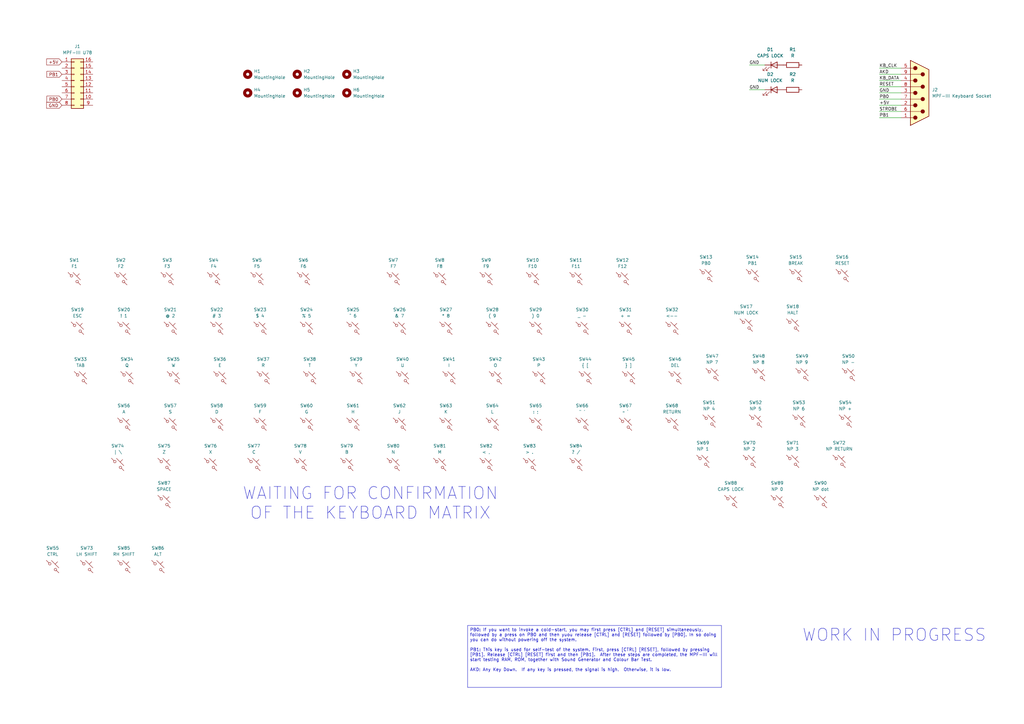
<source format=kicad_sch>
(kicad_sch (version 20250114) (generator "eeschema") (generator_version "9.0")
  (paper "A3")
  (title_block (title "Multitech Micro Professor MPF-III Keyboard") (rev "WIP") (company "Brett Hallen") (comment 1 "www.youtube.com/@Brfff") (comment 2 "github.com/BrettHallen"))
  (lib_symbols
    (symbol "Connector:DE9_Pins" (pin_names (offset 1.016) (hide yes))
      (property "Reference" "J" (at 0 13.97 0))
      (property "Value" "DE9_Pins" (at 0 -14.605 0))
      (symbol "DE9_Pins_0_1"
        (polyline (pts (xy -3.81 10.16) (xy -2.54 10.16)))
        (polyline (pts (xy -3.81 7.62) (xy 0.508 7.62)))
        (polyline (pts (xy -3.81 5.08) (xy -2.54 5.08)))
        (polyline (pts (xy -3.81 2.54) (xy 0.508 2.54)))
        (polyline (pts (xy -3.81 0) (xy -2.54 0)))
        (polyline (pts (xy -3.81 -2.54) (xy 0.508 -2.54)))
        (polyline (pts (xy -3.81 -5.08) (xy -2.54 -5.08)))
        (polyline (pts (xy -3.81 -7.62) (xy 0.508 -7.62)))
        (polyline (pts (xy -3.81 -10.16) (xy -2.54 -10.16)))
        (polyline (pts (xy -3.81 -13.335) (xy -3.81 13.335) (xy 3.81 9.525) (xy 3.81 -9.525) (xy -3.81 -13.335)) (stroke (width 0.254)) (fill (type background)))
        (circle (center -1.778 10.16) (radius 0.762) (fill (type outline)))
        (circle (center -1.778 5.08) (radius 0.762) (fill (type outline)))
        (circle (center -1.778 0) (radius 0.762) (fill (type outline)))
        (circle (center -1.778 -5.08) (radius 0.762) (fill (type outline)))
        (circle (center -1.778 -10.16) (radius 0.762) (fill (type outline)))
        (circle (center 1.27 7.62) (radius 0.762) (fill (type outline)))
        (circle (center 1.27 2.54) (radius 0.762) (fill (type outline)))
        (circle (center 1.27 -2.54) (radius 0.762) (fill (type outline)))
        (circle (center 1.27 -7.62) (radius 0.762) (fill (type outline)))
      )
      (symbol "DE9_Pins_1_1"
        (pin passive line (at -7.62 10.16 0) (length 3.81) (name "5") (number "5"))
        (pin passive line (at -7.62 7.62 0) (length 3.81) (name "9") (number "9"))
        (pin passive line (at -7.62 5.08 0) (length 3.81) (name "4") (number "4"))
        (pin passive line (at -7.62 2.54 0) (length 3.81) (name "8") (number "8"))
        (pin passive line (at -7.62 0 0) (length 3.81) (name "3") (number "3"))
        (pin passive line (at -7.62 -2.54 0) (length 3.81) (name "7") (number "7"))
        (pin passive line (at -7.62 -5.08 0) (length 3.81) (name "2") (number "2"))
        (pin passive line (at -7.62 -7.62 0) (length 3.81) (name "6") (number "6"))
        (pin passive line (at -7.62 -10.16 0) (length 3.81) (name "1") (number "1"))
      )
    )
    (symbol "Connector_Generic:Conn_02x08_Counter_Clockwise" (pin_names (offset 1.016) (hide yes))
      (property "Reference" "J" (at 1.27 10.16 0))
      (property "Value" "Conn_02x08_Counter_Clockwise" (at 1.27 -12.7 0))
      (symbol "Conn_02x08_Counter_Clockwise_1_1"
        (rectangle (start -1.27 8.89) (end 3.81 -11.43) (stroke (width 0.254)) (fill (type background)))
        (rectangle (start -1.27 7.747) (end 0 7.493) (stroke (width 0.1524)))
        (rectangle (start -1.27 5.207) (end 0 4.953) (stroke (width 0.1524)))
        (rectangle (start -1.27 2.667) (end 0 2.413) (stroke (width 0.1524)))
        (rectangle (start -1.27 0.127) (end 0 -0.127) (stroke (width 0.1524)))
        (rectangle (start -1.27 -2.413) (end 0 -2.667) (stroke (width 0.1524)))
        (rectangle (start -1.27 -4.953) (end 0 -5.207) (stroke (width 0.1524)))
        (rectangle (start -1.27 -7.493) (end 0 -7.747) (stroke (width 0.1524)))
        (rectangle (start -1.27 -10.033) (end 0 -10.287) (stroke (width 0.1524)))
        (rectangle (start 3.81 7.747) (end 2.54 7.493) (stroke (width 0.1524)))
        (rectangle (start 3.81 5.207) (end 2.54 4.953) (stroke (width 0.1524)))
        (rectangle (start 3.81 2.667) (end 2.54 2.413) (stroke (width 0.1524)))
        (rectangle (start 3.81 0.127) (end 2.54 -0.127) (stroke (width 0.1524)))
        (rectangle (start 3.81 -2.413) (end 2.54 -2.667) (stroke (width 0.1524)))
        (rectangle (start 3.81 -4.953) (end 2.54 -5.207) (stroke (width 0.1524)))
        (rectangle (start 3.81 -7.493) (end 2.54 -7.747) (stroke (width 0.1524)))
        (rectangle (start 3.81 -10.033) (end 2.54 -10.287) (stroke (width 0.1524)))
        (pin passive line (at -5.08 7.62 0) (length 3.81) (name "Pin_1") (number "1"))
        (pin passive line (at -5.08 5.08 0) (length 3.81) (name "Pin_2") (number "2"))
        (pin passive line (at -5.08 2.54 0) (length 3.81) (name "Pin_3") (number "3"))
        (pin passive line (at -5.08 0 0) (length 3.81) (name "Pin_4") (number "4"))
        (pin passive line (at -5.08 -2.54 0) (length 3.81) (name "Pin_5") (number "5"))
        (pin passive line (at -5.08 -5.08 0) (length 3.81) (name "Pin_6") (number "6"))
        (pin passive line (at -5.08 -7.62 0) (length 3.81) (name "Pin_7") (number "7"))
        (pin passive line (at -5.08 -10.16 0) (length 3.81) (name "Pin_8") (number "8"))
        (pin passive line (at 7.62 7.62 180) (length 3.81) (name "Pin_16") (number "16"))
        (pin passive line (at 7.62 5.08 180) (length 3.81) (name "Pin_15") (number "15"))
        (pin passive line (at 7.62 2.54 180) (length 3.81) (name "Pin_14") (number "14"))
        (pin passive line (at 7.62 0 180) (length 3.81) (name "Pin_13") (number "13"))
        (pin passive line (at 7.62 -2.54 180) (length 3.81) (name "Pin_12") (number "12"))
        (pin passive line (at 7.62 -5.08 180) (length 3.81) (name "Pin_11") (number "11"))
        (pin passive line (at 7.62 -7.62 180) (length 3.81) (name "Pin_10") (number "10"))
        (pin passive line (at 7.62 -10.16 180) (length 3.81) (name "Pin_9") (number "9"))
      )
    )
    (symbol "Device:LED" (pin_numbers (hide yes)) (pin_names (offset 1.016) (hide yes))
      (property "Reference" "D" (at 0 2.54 0))
      (property "Value" "LED" (at 0 -2.54 0))
      (symbol "LED_0_1"
        (polyline (pts (xy -3.048 -0.762) (xy -4.572 -2.286) (xy -3.81 -2.286) (xy -4.572 -2.286) (xy -4.572 -1.524)))
        (polyline (pts (xy -1.778 -0.762) (xy -3.302 -2.286) (xy -2.54 -2.286) (xy -3.302 -2.286) (xy -3.302 -1.524)))
        (polyline (pts (xy -1.27 0) (xy 1.27 0)))
        (polyline (pts (xy -1.27 -1.27) (xy -1.27 1.27)) (stroke (width 0.254)))
        (polyline (pts (xy 1.27 -1.27) (xy 1.27 1.27) (xy -1.27 0) (xy 1.27 -1.27)) (stroke (width 0.254)))
      )
      (symbol "LED_1_1"
        (pin passive line (at -3.81 0 0) (length 2.54) (name "K") (number "1"))
        (pin passive line (at 3.81 0 180) (length 2.54) (name "A") (number "2"))
      )
    )
    (symbol "Device:R" (pin_numbers (hide yes)) (pin_names (offset 0))
      (property "Reference" "R" (at 2.032 0 90))
      (property "Value" "R" (at 0 0 90))
      (symbol "R_0_1"
        (rectangle (start -1.016 -2.54) (end 1.016 2.54) (stroke (width 0.254)))
      )
      (symbol "R_1_1"
        (pin passive line (at 0 3.81 270) (length 1.27) (name "~") (number "1"))
        (pin passive line (at 0 -3.81 90) (length 1.27) (name "~") (number "2"))
      )
    )
    (symbol "Mechanical:MountingHole" (pin_names (offset 1.016)) (in_bom no)
      (property "Reference" "H" (at 0 5.08 0))
      (property "Value" "MountingHole" (at 0 3.175 0))
      (symbol "MountingHole_0_1"
        (circle (center 0 0) (radius 1.27) (stroke (width 1.27)))
      )
    )
    (symbol "Switch:SW_Push_45deg" (pin_numbers (hide yes)) (pin_names (offset 1.016) (hide yes))
      (property "Reference" "SW" (at 3.048 1.016 0))
      (property "Value" "SW_Push_45deg" (at 0 -3.81 0))
      (symbol "SW_Push_45deg_0_1"
        (polyline (pts (xy -2.54 2.54) (xy -1.524 1.524) (xy -1.524 1.524)))
        (circle (center -1.1684 1.1684) (radius 0.508))
        (polyline (pts (xy -0.508 2.54) (xy 2.54 -0.508)))
        (polyline (pts (xy 1.016 1.016) (xy 2.032 2.032)))
        (circle (center 1.143 -1.1938) (radius 0.508))
        (polyline (pts (xy 1.524 -1.524) (xy 2.54 -2.54) (xy 2.54 -2.54) (xy 2.54 -2.54)))
        (pin passive line (at -2.54 2.54 0) (length 0) (name "1") (number "1"))
        (pin passive line (at 2.54 -2.54 180) (length 0) (name "2") (number "2"))
      )
    )
  )
  (text "WORK IN PROGRESS" (at 366.776 260.604 0) (effects (font (size 5 5))))
  (text "WAITING FOR CONFIRMATION\nOF THE KEYBOARD MATRIX" (at 151.892 206.502 0) (effects (font (size 5 5))))
  (text_box "PB0: If you want to invoke a cold-start, you may first press [CTRL] and [RESET] simultaneously, followed by a press on PB0 and then yuou release [CTRL] and [RESET] followed by [PB0]. In so doing you can do without powering off the system.\n\nPB1: This key is used for self-test of the system. First, press [CTRL] [RESET], followed by pressing [PB1]. Release [CTRL] [RESET] first and then [PB1].  After these steps are completed, the MPF-III will start testing RAM, ROM, together with Sound Generator and Colour Bar Test.\n\nAKD: Any Key Down.  If any key is pressed, the signal is high.  Otherwise, it is low.\n" (at 191.77 256.54 0) (size 104.14 25.4) (margins 0.9525 0.9525 0.9525 0.9525) (effects (font (size 1.27 1.27)) (justify left top)))
  (wire (pts (xy 307.34 36.83) (xy 313.69 36.83)))
  (wire (pts (xy 360.68 30.48) (xy 369.57 30.48)))
  (wire (pts (xy 360.68 27.94) (xy 369.57 27.94)))
  (wire (pts (xy 360.68 43.18) (xy 369.57 43.18)))
  (wire (pts (xy 307.34 26.67) (xy 313.69 26.67)))
  (wire (pts (xy 360.68 40.64) (xy 369.57 40.64)))
  (wire (pts (xy 360.68 35.56) (xy 369.57 35.56)))
  (wire (pts (xy 360.68 38.1) (xy 369.57 38.1)))
  (wire (pts (xy 360.68 48.26) (xy 369.57 48.26)))
  (wire (pts (xy 360.68 33.02) (xy 369.57 33.02)))
  (wire (pts (xy 360.68 45.72) (xy 369.57 45.72)))
  (label "GND" (at 307.34 36.83 0))
  (label "STROBE" (at 360.68 45.72 0))
  (label "RESET" (at 360.68 35.56 0))
  (label "GND" (at 307.34 26.67 0))
  (label "KB_DATA" (at 360.68 33.02 0))
  (label "GND" (at 360.68 38.1 0))
  (label "PB1" (at 360.68 48.26 0))
  (label "PB0" (at 360.68 40.64 0))
  (label "+5V" (at 360.68 43.18 0))
  (label "KB_CLK" (at 360.68 27.94 0))
  (label "AKD" (at 360.68 30.48 0))
  (global_label "PB0" (shape input) (at 25.4 40.64 180) (property "Intersheetrefs" "${INTERSHEET_REFS}" (effects (hide yes))))
  (global_label "+5V" (shape input) (at 25.4 25.4 180) (property "Intersheetrefs" "${INTERSHEET_REFS}" (effects (hide yes))))
  (global_label "GND" (shape input) (at 25.4 43.18 180) (property "Intersheetrefs" "${INTERSHEET_REFS}" (effects (hide yes))))
  (global_label "PB1" (shape input) (at 25.4 30.48 180) (property "Intersheetrefs" "${INTERSHEET_REFS}" (effects (hide yes))))
  (symbol (lib_id "Switch:SW_Push_45deg") (at 327.66 172.72 0) (unit 1)
    (property "Reference" "SW53" (at 327.66 165.1 0))
    (property "Value" "NP 6" (at 327.66 167.64 0))
    (property "Footprint" "PCM_Switch_Keyboard_Cherry_MX:SW_Cherry_MX_PCB_1.00u" (effects (hide yes)))
    (property "Description" "Push button switch, normally open, two pins, 45° tilted" (effects (hide yes)))
  )
  (symbol (lib_id "Switch:SW_Push_45deg") (at 238.76 134.62 0) (unit 1)
    (property "Reference" "SW30" (at 238.76 127 0))
    (property "Value" "_ -" (at 238.76 129.54 0))
    (property "Footprint" "PCM_Switch_Keyboard_Cherry_MX:SW_Cherry_MX_PCB_1.00u" (effects (hide yes)))
    (property "Description" "Push button switch, normally open, two pins, 45° tilted" (effects (hide yes)))
  )
  (symbol (lib_id "Switch:SW_Push_45deg") (at 219.71 134.62 0) (unit 1)
    (property "Reference" "SW29" (at 219.71 127 0))
    (property "Value" ") 0" (at 219.71 129.54 0))
    (property "Footprint" "PCM_Switch_Keyboard_Cherry_MX:SW_Cherry_MX_PCB_1.00u" (effects (hide yes)))
    (property "Description" "Push button switch, normally open, two pins, 45° tilted" (effects (hide yes)))
  )
  (symbol (lib_id "Mechanical:MountingHole") (at 101.6 38.1 0) (unit 1) (in_bom no)
    (property "Reference" "H4" (at 104.14 36.8299 0) (effects (justify left)))
    (property "Value" "MountingHole" (at 104.14 39.3699 0) (effects (justify left)))
    (property "Footprint" "MountingHole:MountingHole_3.2mm_M3" (effects (hide yes)))
    (property "Description" "Mounting Hole without connection" (effects (hide yes)))
  )
  (symbol (lib_id "Switch:SW_Push_45deg") (at 276.86 154.94 0) (unit 1)
    (property "Reference" "SW46" (at 276.86 147.32 0))
    (property "Value" "DEL" (at 276.86 149.86 0))
    (property "Footprint" "PCM_Switch_Keyboard_Cherry_MX:SW_Cherry_MX_PCB_1.50u" (effects (hide yes)))
    (property "Description" "Push button switch, normally open, two pins, 45° tilted" (effects (hide yes)))
  )
  (symbol (lib_id "Switch:SW_Push_45deg") (at 290.83 172.72 0) (unit 1)
    (property "Reference" "SW51" (at 290.83 165.1 0))
    (property "Value" "NP 4" (at 290.83 167.64 0))
    (property "Footprint" "PCM_Switch_Keyboard_Cherry_MX:SW_Cherry_MX_PCB_1.00u" (effects (hide yes)))
    (property "Description" "Push button switch, normally open, two pins, 45° tilted" (effects (hide yes)))
  )
  (symbol (lib_id "Switch:SW_Push_45deg") (at 275.59 134.62 0) (unit 1)
    (property "Reference" "SW32" (at 275.59 127 0))
    (property "Value" "<--" (at 275.59 129.54 0))
    (property "Footprint" "PCM_Switch_Keyboard_Cherry_MX:SW_Cherry_MX_PCB_2.00u" (effects (hide yes)))
    (property "Description" "Push button switch, normally open, two pins, 45° tilted" (effects (hide yes)))
  )
  (symbol (lib_id "Switch:SW_Push_45deg") (at 201.93 173.99 0) (unit 1)
    (property "Reference" "SW64" (at 201.93 166.37 0))
    (property "Value" "L" (at 201.93 168.91 0))
    (property "Footprint" "PCM_Switch_Keyboard_Cherry_MX:SW_Cherry_MX_PCB_1.00u" (effects (hide yes)))
    (property "Description" "Push button switch, normally open, two pins, 45° tilted" (effects (hide yes)))
  )
  (symbol (lib_id "Switch:SW_Push_45deg") (at 142.24 190.5 0) (unit 1)
    (property "Reference" "SW79" (at 142.24 182.88 0))
    (property "Value" "B" (at 142.24 185.42 0))
    (property "Footprint" "PCM_Switch_Keyboard_Cherry_MX:SW_Cherry_MX_PCB_1.00u" (effects (hide yes)))
    (property "Description" "Push button switch, normally open, two pins, 45° tilted" (effects (hide yes)))
  )
  (symbol (lib_id "Switch:SW_Push_45deg") (at 161.29 190.5 0) (unit 1)
    (property "Reference" "SW80" (at 161.29 182.88 0))
    (property "Value" "N" (at 161.29 185.42 0))
    (property "Footprint" "PCM_Switch_Keyboard_Cherry_MX:SW_Cherry_MX_PCB_1.00u" (effects (hide yes)))
    (property "Description" "Push button switch, normally open, two pins, 45° tilted" (effects (hide yes)))
  )
  (symbol (lib_id "Switch:SW_Push_45deg") (at 255.27 114.3 0) (unit 1)
    (property "Reference" "SW12" (at 255.27 106.68 0))
    (property "Value" "F12" (at 255.27 109.22 0))
    (property "Footprint" "PCM_Switch_Keyboard_Cherry_MX:SW_Cherry_MX_PCB_1.00u" (effects (hide yes)))
    (property "Description" "Push button switch, normally open, two pins, 45° tilted" (effects (hide yes)))
  )
  (symbol (lib_id "Switch:SW_Push_45deg") (at 180.34 190.5 0) (unit 1)
    (property "Reference" "SW81" (at 180.34 182.88 0))
    (property "Value" "M" (at 180.34 185.42 0))
    (property "Footprint" "PCM_Switch_Keyboard_Cherry_MX:SW_Cherry_MX_PCB_1.00u" (effects (hide yes)))
    (property "Description" "Push button switch, normally open, two pins, 45° tilted" (effects (hide yes)))
  )
  (symbol (lib_id "Switch:SW_Push_45deg") (at 48.26 190.5 0) (unit 1)
    (property "Reference" "SW74" (at 48.26 182.88 0))
    (property "Value" "| \\" (at 48.26 185.42 0))
    (property "Footprint" "PCM_Switch_Keyboard_Cherry_MX:SW_Cherry_MX_PCB_1.00u" (effects (hide yes)))
    (property "Description" "Push button switch, normally open, two pins, 45° tilted" (effects (hide yes)))
  )
  (symbol (lib_id "Switch:SW_Push_45deg") (at 236.22 190.5 0) (unit 1)
    (property "Reference" "SW84" (at 236.22 182.88 0))
    (property "Value" "? /" (at 236.22 185.42 0))
    (property "Footprint" "PCM_Switch_Keyboard_Cherry_MX:SW_Cherry_MX_PCB_1.00u" (effects (hide yes)))
    (property "Description" "Push button switch, normally open, two pins, 45° tilted" (effects (hide yes)))
  )
  (symbol (lib_id "Switch:SW_Push_45deg") (at 325.12 133.35 0) (unit 1)
    (property "Reference" "SW18" (at 325.12 125.73 0))
    (property "Value" "HALT" (at 325.12 128.27 0))
    (property "Footprint" "PCM_Switch_Keyboard_Cherry_MX:SW_Cherry_MX_PCB_2.00u" (effects (hide yes)))
    (property "Description" "Push button switch, normally open, two pins, 45° tilted" (effects (hide yes)))
  )
  (symbol (lib_id "Switch:SW_Push_45deg") (at 50.8 134.62 0) (unit 1)
    (property "Reference" "SW20" (at 50.8 127 0))
    (property "Value" "! 1" (at 50.8 129.54 0))
    (property "Footprint" "PCM_Switch_Keyboard_Cherry_MX:SW_Cherry_MX_PCB_1.00u" (effects (hide yes)))
    (property "Description" "Push button switch, normally open, two pins, 45° tilted" (effects (hide yes)))
  )
  (symbol (lib_id "Mechanical:MountingHole") (at 142.24 38.1 0) (unit 1) (in_bom no)
    (property "Reference" "H6" (at 144.78 36.8299 0) (effects (justify left)))
    (property "Value" "MountingHole" (at 144.78 39.3699 0) (effects (justify left)))
    (property "Footprint" "MountingHole:MountingHole_3.2mm_M3" (effects (hide yes)))
    (property "Description" "Mounting Hole without connection" (effects (hide yes)))
  )
  (symbol (lib_id "Switch:SW_Push_45deg") (at 21.59 232.41 0) (unit 1)
    (property "Reference" "SW55" (at 21.59 224.79 0))
    (property "Value" "CTRL" (at 21.59 227.33 0))
    (property "Footprint" "PCM_Switch_Keyboard_Cherry_MX:SW_Cherry_MX_PCB_2.00u" (effects (hide yes)))
    (property "Description" "Push button switch, normally open, two pins, 45° tilted" (effects (hide yes)))
  )
  (symbol (lib_id "Switch:SW_Push_45deg") (at 163.83 134.62 0) (unit 1)
    (property "Reference" "SW26" (at 163.83 127 0))
    (property "Value" "& 7" (at 163.83 129.54 0))
    (property "Footprint" "PCM_Switch_Keyboard_Cherry_MX:SW_Cherry_MX_PCB_1.00u" (effects (hide yes)))
    (property "Description" "Push button switch, normally open, two pins, 45° tilted" (effects (hide yes)))
  )
  (symbol (lib_id "Switch:SW_Push_45deg") (at 163.83 173.99 0) (unit 1)
    (property "Reference" "SW62" (at 163.83 166.37 0))
    (property "Value" "J" (at 163.83 168.91 0))
    (property "Footprint" "PCM_Switch_Keyboard_Cherry_MX:SW_Cherry_MX_PCB_1.00u" (effects (hide yes)))
    (property "Description" "Push button switch, normally open, two pins, 45° tilted" (effects (hide yes)))
  )
  (symbol (lib_id "Switch:SW_Push_45deg") (at 289.56 113.03 0) (unit 1)
    (property "Reference" "SW13" (at 289.56 105.41 0))
    (property "Value" "PB0" (at 289.56 107.95 0))
    (property "Footprint" "PCM_Switch_Keyboard_Cherry_MX:SW_Cherry_MX_PCB_1.00u" (effects (hide yes)))
    (property "Description" "Push button switch, normally open, two pins, 45° tilted" (effects (hide yes)))
  )
  (symbol (lib_id "Switch:SW_Push_45deg") (at 104.14 190.5 0) (unit 1)
    (property "Reference" "SW77" (at 104.14 182.88 0))
    (property "Value" "C" (at 104.14 185.42 0))
    (property "Footprint" "PCM_Switch_Keyboard_Cherry_MX:SW_Cherry_MX_PCB_1.00u" (effects (hide yes)))
    (property "Description" "Push button switch, normally open, two pins, 45° tilted" (effects (hide yes)))
  )
  (symbol (lib_id "Switch:SW_Push_45deg") (at 127 154.94 0) (unit 1)
    (property "Reference" "SW38" (at 127 147.32 0))
    (property "Value" "T" (at 127 149.86 0))
    (property "Footprint" "PCM_Switch_Keyboard_Cherry_MX:SW_Cherry_MX_PCB_1.00u" (effects (hide yes)))
    (property "Description" "Push button switch, normally open, two pins, 45° tilted" (effects (hide yes)))
  )
  (symbol (lib_id "Switch:SW_Push_45deg") (at 68.58 114.3 0) (unit 1)
    (property "Reference" "SW3" (at 68.58 106.68 0))
    (property "Value" "F3" (at 68.58 109.22 0))
    (property "Footprint" "PCM_Switch_Keyboard_Cherry_MX:SW_Cherry_MX_PCB_1.00u" (effects (hide yes)))
    (property "Description" "Push button switch, normally open, two pins, 45° tilted" (effects (hide yes)))
  )
  (symbol (lib_id "Switch:SW_Push_45deg") (at 308.61 113.03 0) (unit 1)
    (property "Reference" "SW14" (at 308.61 105.41 0))
    (property "Value" "PB1" (at 308.61 107.95 0))
    (property "Footprint" "PCM_Switch_Keyboard_Cherry_MX:SW_Cherry_MX_PCB_1.00u" (effects (hide yes)))
    (property "Description" "Push button switch, normally open, two pins, 45° tilted" (effects (hide yes)))
  )
  (symbol (lib_id "Switch:SW_Push_45deg") (at 49.53 114.3 0) (unit 1)
    (property "Reference" "SW2" (at 49.53 106.68 0))
    (property "Value" "F2" (at 49.53 109.22 0))
    (property "Footprint" "PCM_Switch_Keyboard_Cherry_MX:SW_Cherry_MX_PCB_1.00u" (effects (hide yes)))
    (property "Description" "Push button switch, normally open, two pins, 45° tilted" (effects (hide yes)))
  )
  (symbol (lib_id "Switch:SW_Push_45deg") (at 124.46 114.3 0) (unit 1)
    (property "Reference" "SW6" (at 124.46 106.68 0))
    (property "Value" "F6" (at 124.46 109.22 0))
    (property "Footprint" "PCM_Switch_Keyboard_Cherry_MX:SW_Cherry_MX_PCB_1.00u" (effects (hide yes)))
    (property "Description" "Push button switch, normally open, two pins, 45° tilted" (effects (hide yes)))
  )
  (symbol (lib_id "Switch:SW_Push_45deg") (at 256.54 173.99 0) (unit 1)
    (property "Reference" "SW67" (at 256.54 166.37 0))
    (property "Value" "~ `" (at 256.54 168.91 0))
    (property "Footprint" "PCM_Switch_Keyboard_Cherry_MX:SW_Cherry_MX_PCB_1.00u" (effects (hide yes)))
    (property "Description" "Push button switch, normally open, two pins, 45° tilted" (effects (hide yes)))
  )
  (symbol (lib_id "Switch:SW_Push_45deg") (at 220.98 154.94 0) (unit 1)
    (property "Reference" "SW43" (at 220.98 147.32 0))
    (property "Value" "P" (at 220.98 149.86 0))
    (property "Footprint" "PCM_Switch_Keyboard_Cherry_MX:SW_Cherry_MX_PCB_1.00u" (effects (hide yes)))
    (property "Description" "Push button switch, normally open, two pins, 45° tilted" (effects (hide yes)))
  )
  (symbol (lib_id "Switch:SW_Push_45deg") (at 219.71 173.99 0) (unit 1)
    (property "Reference" "SW65" (at 219.71 166.37 0))
    (property "Value" ": ;" (at 219.71 168.91 0))
    (property "Footprint" "PCM_Switch_Keyboard_Cherry_MX:SW_Cherry_MX_PCB_1.00u" (effects (hide yes)))
    (property "Description" "Push button switch, normally open, two pins, 45° tilted" (effects (hide yes)))
  )
  (symbol (lib_id "Switch:SW_Push_45deg") (at 203.2 154.94 0) (unit 1)
    (property "Reference" "SW42" (at 203.2 147.32 0))
    (property "Value" "O" (at 203.2 149.86 0))
    (property "Footprint" "PCM_Switch_Keyboard_Cherry_MX:SW_Cherry_MX_PCB_1.00u" (effects (hide yes)))
    (property "Description" "Push button switch, normally open, two pins, 45° tilted" (effects (hide yes)))
  )
  (symbol (lib_id "Switch:SW_Push_45deg") (at 299.72 205.74 0) (unit 1)
    (property "Reference" "SW88" (at 299.72 198.12 0))
    (property "Value" "CAPS LOCK" (at 299.72 200.66 0))
    (property "Footprint" "PCM_Switch_Keyboard_Cherry_MX:SW_Cherry_MX_PCB_2.00u" (effects (hide yes)))
    (property "Description" "Push button switch, normally open, two pins, 45° tilted" (effects (hide yes)))
  )
  (symbol (lib_id "Switch:SW_Push_45deg") (at 144.78 173.99 0) (unit 1)
    (property "Reference" "SW61" (at 144.78 166.37 0))
    (property "Value" "H" (at 144.78 168.91 0))
    (property "Footprint" "PCM_Switch_Keyboard_Cherry_MX:SW_Cherry_MX_PCB_1.00u" (effects (hide yes)))
    (property "Description" "Push button switch, normally open, two pins, 45° tilted" (effects (hide yes)))
  )
  (symbol (lib_id "Switch:SW_Push_45deg") (at 64.77 232.41 0) (unit 1)
    (property "Reference" "SW86" (at 64.77 224.79 0))
    (property "Value" "ALT" (at 64.77 227.33 0))
    (property "Footprint" "PCM_Switch_Keyboard_Cherry_MX:SW_Cherry_MX_PCB_2.25u" (effects (hide yes)))
    (property "Description" "Push button switch, normally open, two pins, 45° tilted" (effects (hide yes)))
  )
  (symbol (lib_id "Device:R") (at 325.12 26.67 90) (unit 1)
    (property "Reference" "R1" (at 325.12 20.32 90))
    (property "Value" "R" (at 325.12 22.86 90))
    (property "Footprint" "Resistor_THT:R_Axial_DIN0207_L6.3mm_D2.5mm_P10.16mm_Horizontal" (effects (hide yes)))
    (property "Description" "Resistor" (effects (hide yes)))
  )
  (symbol (lib_id "Switch:SW_Push_45deg") (at 307.34 189.23 0) (unit 1)
    (property "Reference" "SW70" (at 307.34 181.61 0))
    (property "Value" "NP 2" (at 307.34 184.15 0))
    (property "Footprint" "PCM_Switch_Keyboard_Cherry_MX:SW_Cherry_MX_PCB_1.00u" (effects (hide yes)))
    (property "Description" "Push button switch, normally open, two pins, 45° tilted" (effects (hide yes)))
  )
  (symbol (lib_id "Switch:SW_Push_45deg") (at 292.1 153.67 0) (unit 1)
    (property "Reference" "SW47" (at 292.1 146.05 0))
    (property "Value" "NP 7" (at 292.1 148.59 0))
    (property "Footprint" "PCM_Switch_Keyboard_Cherry_MX:SW_Cherry_MX_PCB_1.00u" (effects (hide yes)))
    (property "Description" "Push button switch, normally open, two pins, 45° tilted" (effects (hide yes)))
  )
  (symbol (lib_id "Switch:SW_Push_45deg") (at 344.17 189.23 0) (unit 1)
    (property "Reference" "SW72" (at 344.17 181.61 0))
    (property "Value" "NP RETURN" (at 344.17 184.15 0))
    (property "Footprint" "PCM_Switch_Keyboard_Cherry_MX:SW_Cherry_MX_PCB_2.00u_90deg" (effects (hide yes)))
    (property "Description" "Push button switch, normally open, two pins, 45° tilted" (effects (hide yes)))
  )
  (symbol (lib_id "Device:LED") (at 317.5 36.83 0) (unit 1)
    (property "Reference" "D2" (at 315.9125 30.48 0))
    (property "Value" "NUM LOCK" (at 315.9125 33.02 0))
    (property "Footprint" "LED_THT:LED_D5.0mm" (effects (hide yes)))
    (property "Description" "Light emitting diode" (effects (hide yes)))
    (property "Sim.Pins" "1=K 2=A" (effects (hide yes)))
  )
  (symbol (lib_id "Switch:SW_Push_45deg") (at 256.54 134.62 0) (unit 1)
    (property "Reference" "SW31" (at 256.54 127 0))
    (property "Value" "+ =" (at 256.54 129.54 0))
    (property "Footprint" "PCM_Switch_Keyboard_Cherry_MX:SW_Cherry_MX_PCB_1.00u" (effects (hide yes)))
    (property "Description" "Push button switch, normally open, two pins, 45° tilted" (effects (hide yes)))
  )
  (symbol (lib_id "Switch:SW_Push_45deg") (at 184.15 154.94 0) (unit 1)
    (property "Reference" "SW41" (at 184.15 147.32 0))
    (property "Value" "I" (at 184.15 149.86 0))
    (property "Footprint" "PCM_Switch_Keyboard_Cherry_MX:SW_Cherry_MX_PCB_1.00u" (effects (hide yes)))
    (property "Description" "Push button switch, normally open, two pins, 45° tilted" (effects (hide yes)))
  )
  (symbol (lib_id "Switch:SW_Push_45deg") (at 347.98 153.67 0) (unit 1)
    (property "Reference" "SW50" (at 347.98 146.05 0))
    (property "Value" "NP -" (at 347.98 148.59 0))
    (property "Footprint" "PCM_Switch_Keyboard_Cherry_MX:SW_Cherry_MX_PCB_1.00u" (effects (hide yes)))
    (property "Description" "Push button switch, normally open, two pins, 45° tilted" (effects (hide yes)))
  )
  (symbol (lib_id "Switch:SW_Push_45deg") (at 182.88 134.62 0) (unit 1)
    (property "Reference" "SW27" (at 182.88 127 0))
    (property "Value" "* 8" (at 182.88 129.54 0))
    (property "Footprint" "PCM_Switch_Keyboard_Cherry_MX:SW_Cherry_MX_PCB_1.00u" (effects (hide yes)))
    (property "Description" "Push button switch, normally open, two pins, 45° tilted" (effects (hide yes)))
  )
  (symbol (lib_id "Switch:SW_Push_45deg") (at 88.9 134.62 0) (unit 1)
    (property "Reference" "SW22" (at 88.9 127 0))
    (property "Value" "# 3" (at 88.9 129.54 0))
    (property "Footprint" "PCM_Switch_Keyboard_Cherry_MX:SW_Cherry_MX_PCB_1.00u" (effects (hide yes)))
    (property "Description" "Push button switch, normally open, two pins, 45° tilted" (effects (hide yes)))
  )
  (symbol (lib_id "Switch:SW_Push_45deg") (at 125.73 134.62 0) (unit 1)
    (property "Reference" "SW24" (at 125.73 127 0))
    (property "Value" "% 5" (at 125.73 129.54 0))
    (property "Footprint" "PCM_Switch_Keyboard_Cherry_MX:SW_Cherry_MX_PCB_1.00u" (effects (hide yes)))
    (property "Description" "Push button switch, normally open, two pins, 45° tilted" (effects (hide yes)))
  )
  (symbol (lib_id "Switch:SW_Push_45deg") (at 146.05 154.94 0) (unit 1)
    (property "Reference" "SW39" (at 146.05 147.32 0))
    (property "Value" "Y" (at 146.05 149.86 0))
    (property "Footprint" "PCM_Switch_Keyboard_Cherry_MX:SW_Cherry_MX_PCB_1.00u" (effects (hide yes)))
    (property "Description" "Push button switch, normally open, two pins, 45° tilted" (effects (hide yes)))
  )
  (symbol (lib_id "Switch:SW_Push_45deg") (at 125.73 173.99 0) (unit 1)
    (property "Reference" "SW60" (at 125.73 166.37 0))
    (property "Value" "G" (at 125.73 168.91 0))
    (property "Footprint" "PCM_Switch_Keyboard_Cherry_MX:SW_Cherry_MX_PCB_1.00u" (effects (hide yes)))
    (property "Description" "Push button switch, normally open, two pins, 45° tilted" (effects (hide yes)))
  )
  (symbol (lib_id "Connector_Generic:Conn_02x08_Counter_Clockwise") (at 30.48 33.02 0) (unit 1) (on_board no)
    (property "Reference" "J1" (at 31.75 19.05 0))
    (property "Value" "MPF-III U78" (at 31.75 21.59 0))
    (property "Description" "Generic connector, double row, 02x08, counter clockwise pin numbering scheme (similar to DIP package numbering), script generated (kicad-library-utils/schlib/autogen/connector/)" (effects (hide yes)))
  )
  (symbol (lib_id "Connector:DE9_Pins") (at 377.19 38.1 0) (unit 1)
    (property "Reference" "J2" (at 382.27 36.8299 0) (effects (justify left)))
    (property "Value" "MPF-III Keyboard Socket" (at 382.27 39.3699 0) (effects (justify left)))
    (property "Footprint" "Connector_Dsub:DSUB-9_Pins_Horizontal_P2.77x2.84mm_EdgePinOffset7.70mm_Housed_MountingHolesOffset9.12mm" (effects (hide yes)))
    (property "Description" "9-pin D-SUB connector, pins (male)" (effects (hide yes)))
  )
  (symbol (lib_id "Switch:SW_Push_45deg") (at 87.63 114.3 0) (unit 1)
    (property "Reference" "SW4" (at 87.63 106.68 0))
    (property "Value" "F4" (at 87.63 109.22 0))
    (property "Footprint" "PCM_Switch_Keyboard_Cherry_MX:SW_Cherry_MX_PCB_1.00u" (effects (hide yes)))
    (property "Description" "Push button switch, normally open, two pins, 45° tilted" (effects (hide yes)))
  )
  (symbol (lib_id "Switch:SW_Push_45deg") (at 69.85 173.99 0) (unit 1)
    (property "Reference" "SW57" (at 69.85 166.37 0))
    (property "Value" "S" (at 69.85 168.91 0))
    (property "Footprint" "PCM_Switch_Keyboard_Cherry_MX:SW_Cherry_MX_PCB_1.00u" (effects (hide yes)))
    (property "Description" "Push button switch, normally open, two pins, 45° tilted" (effects (hide yes)))
  )
  (symbol (lib_id "Switch:SW_Push_45deg") (at 67.31 190.5 0) (unit 1)
    (property "Reference" "SW75" (at 67.31 182.88 0))
    (property "Value" "Z" (at 67.31 185.42 0))
    (property "Footprint" "PCM_Switch_Keyboard_Cherry_MX:SW_Cherry_MX_PCB_1.00u" (effects (hide yes)))
    (property "Description" "Push button switch, normally open, two pins, 45° tilted" (effects (hide yes)))
  )
  (symbol (lib_id "Switch:SW_Push_45deg") (at 67.31 205.74 0) (unit 1)
    (property "Reference" "SW87" (at 67.31 198.12 0))
    (property "Value" "SPACE" (at 67.31 200.66 0))
    (property "Footprint" "PCM_Switch_Keyboard_Cherry_MX:SW_Cherry_MX_PCB_7.00u" (effects (hide yes)))
    (property "Description" "Push button switch, normally open, two pins, 45° tilted" (effects (hide yes)))
  )
  (symbol (lib_id "Switch:SW_Push_45deg") (at 123.19 190.5 0) (unit 1)
    (property "Reference" "SW78" (at 123.19 182.88 0))
    (property "Value" "V" (at 123.19 185.42 0))
    (property "Footprint" "PCM_Switch_Keyboard_Cherry_MX:SW_Cherry_MX_PCB_1.00u" (effects (hide yes)))
    (property "Description" "Push button switch, normally open, two pins, 45° tilted" (effects (hide yes)))
  )
  (symbol (lib_id "Switch:SW_Push_45deg") (at 345.44 113.03 0) (unit 1)
    (property "Reference" "SW16" (at 345.44 105.41 0))
    (property "Value" "RESET" (at 345.44 107.95 0))
    (property "Footprint" "PCM_Switch_Keyboard_Cherry_MX:SW_Cherry_MX_PCB_1.00u" (effects (hide yes)))
    (property "Description" "Push button switch, normally open, two pins, 45° tilted" (effects (hide yes)))
  )
  (symbol (lib_id "Switch:SW_Push_45deg") (at 165.1 154.94 0) (unit 1)
    (property "Reference" "SW40" (at 165.1 147.32 0))
    (property "Value" "U" (at 165.1 149.86 0))
    (property "Footprint" "PCM_Switch_Keyboard_Cherry_MX:SW_Cherry_MX_PCB_1.00u" (effects (hide yes)))
    (property "Description" "Push button switch, normally open, two pins, 45° tilted" (effects (hide yes)))
  )
  (symbol (lib_id "Switch:SW_Push_45deg") (at 236.22 114.3 0) (unit 1)
    (property "Reference" "SW11" (at 236.22 106.68 0))
    (property "Value" "F11" (at 236.22 109.22 0))
    (property "Footprint" "PCM_Switch_Keyboard_Cherry_MX:SW_Cherry_MX_PCB_1.00u" (effects (hide yes)))
    (property "Description" "Push button switch, normally open, two pins, 45° tilted" (effects (hide yes)))
  )
  (symbol (lib_id "Switch:SW_Push_45deg") (at 30.48 114.3 0) (unit 1)
    (property "Reference" "SW1" (at 30.48 106.68 0))
    (property "Value" "F1" (at 30.48 109.22 0))
    (property "Footprint" "PCM_Switch_Keyboard_Cherry_MX:SW_Cherry_MX_PCB_1.00u" (effects (hide yes)))
    (property "Description" "Push button switch, normally open, two pins, 45° tilted" (effects (hide yes)))
  )
  (symbol (lib_id "Switch:SW_Push_45deg") (at 328.93 153.67 0) (unit 1)
    (property "Reference" "SW49" (at 328.93 146.05 0))
    (property "Value" "NP 9" (at 328.93 148.59 0))
    (property "Footprint" "PCM_Switch_Keyboard_Cherry_MX:SW_Cherry_MX_PCB_1.00u" (effects (hide yes)))
    (property "Description" "Push button switch, normally open, two pins, 45° tilted" (effects (hide yes)))
  )
  (symbol (lib_id "Switch:SW_Push_45deg") (at 69.85 134.62 0) (unit 1)
    (property "Reference" "SW21" (at 69.85 127 0))
    (property "Value" "@ 2" (at 69.85 129.54 0))
    (property "Footprint" "PCM_Switch_Keyboard_Cherry_MX:SW_Cherry_MX_PCB_1.00u" (effects (hide yes)))
    (property "Description" "Push button switch, normally open, two pins, 45° tilted" (effects (hide yes)))
  )
  (symbol (lib_id "Switch:SW_Push_45deg") (at 199.39 190.5 0) (unit 1)
    (property "Reference" "SW82" (at 199.39 182.88 0))
    (property "Value" "< ," (at 199.39 185.42 0))
    (property "Footprint" "PCM_Switch_Keyboard_Cherry_MX:SW_Cherry_MX_PCB_1.00u" (effects (hide yes)))
    (property "Description" "Push button switch, normally open, two pins, 45° tilted" (effects (hide yes)))
  )
  (symbol (lib_id "Device:LED") (at 317.5 26.67 0) (unit 1)
    (property "Reference" "D1" (at 315.9125 20.32 0))
    (property "Value" "CAPS LOCK" (at 315.9125 22.86 0))
    (property "Footprint" "LED_THT:LED_D5.0mm" (effects (hide yes)))
    (property "Description" "Light emitting diode" (effects (hide yes)))
    (property "Sim.Pins" "1=K 2=A" (effects (hide yes)))
  )
  (symbol (lib_id "Switch:SW_Push_45deg") (at 306.07 133.35 0) (unit 1)
    (property "Reference" "SW17" (at 306.07 125.73 0))
    (property "Value" "NUM LOCK" (at 306.07 128.27 0))
    (property "Footprint" "PCM_Switch_Keyboard_Cherry_MX:SW_Cherry_MX_PCB_2.00u" (effects (hide yes)))
    (property "Description" "Push button switch, normally open, two pins, 45° tilted" (effects (hide yes)))
  )
  (symbol (lib_id "Switch:SW_Push_45deg") (at 238.76 173.99 0) (unit 1)
    (property "Reference" "SW66" (at 238.76 166.37 0))
    (property "Value" "\" '" (at 238.76 168.91 0))
    (property "Footprint" "PCM_Switch_Keyboard_Cherry_MX:SW_Cherry_MX_PCB_1.00u" (effects (hide yes)))
    (property "Description" "Push button switch, normally open, two pins, 45° tilted" (effects (hide yes)))
  )
  (symbol (lib_id "Switch:SW_Push_45deg") (at 199.39 114.3 0) (unit 1)
    (property "Reference" "SW9" (at 199.39 106.68 0))
    (property "Value" "F9" (at 199.39 109.22 0))
    (property "Footprint" "PCM_Switch_Keyboard_Cherry_MX:SW_Cherry_MX_PCB_1.00u" (effects (hide yes)))
    (property "Description" "Push button switch, normally open, two pins, 45° tilted" (effects (hide yes)))
  )
  (symbol (lib_id "Device:R") (at 325.12 36.83 90) (unit 1)
    (property "Reference" "R2" (at 325.12 30.48 90))
    (property "Value" "R" (at 325.12 33.02 90))
    (property "Footprint" "Resistor_THT:R_Axial_DIN0207_L6.3mm_D2.5mm_P10.16mm_Horizontal" (effects (hide yes)))
    (property "Description" "Resistor" (effects (hide yes)))
  )
  (symbol (lib_id "Switch:SW_Push_45deg") (at 325.12 189.23 0) (unit 1)
    (property "Reference" "SW71" (at 325.12 181.61 0))
    (property "Value" "NP 3" (at 325.12 184.15 0))
    (property "Footprint" "PCM_Switch_Keyboard_Cherry_MX:SW_Cherry_MX_PCB_1.00u" (effects (hide yes)))
    (property "Description" "Push button switch, normally open, two pins, 45° tilted" (effects (hide yes)))
  )
  (symbol (lib_id "Switch:SW_Push_45deg") (at 106.68 173.99 0) (unit 1)
    (property "Reference" "SW59" (at 106.68 166.37 0))
    (property "Value" "F" (at 106.68 168.91 0))
    (property "Footprint" "PCM_Switch_Keyboard_Cherry_MX:SW_Cherry_MX_PCB_1.00u" (effects (hide yes)))
    (property "Description" "Push button switch, normally open, two pins, 45° tilted" (effects (hide yes)))
  )
  (symbol (lib_id "Mechanical:MountingHole") (at 121.92 30.48 0) (unit 1) (in_bom no)
    (property "Reference" "H2" (at 124.46 29.2099 0) (effects (justify left)))
    (property "Value" "MountingHole" (at 124.46 31.7499 0) (effects (justify left)))
    (property "Footprint" "MountingHole:MountingHole_3.2mm_M3" (effects (hide yes)))
    (property "Description" "Mounting Hole without connection" (effects (hide yes)))
  )
  (symbol (lib_id "Switch:SW_Push_45deg") (at 52.07 154.94 0) (unit 1)
    (property "Reference" "SW34" (at 52.07 147.32 0))
    (property "Value" "Q" (at 52.07 149.86 0))
    (property "Footprint" "PCM_Switch_Keyboard_Cherry_MX:SW_Cherry_MX_PCB_1.00u" (effects (hide yes)))
    (property "Description" "Push button switch, normally open, two pins, 45° tilted" (effects (hide yes)))
  )
  (symbol (lib_id "Switch:SW_Push_45deg") (at 346.71 172.72 0) (unit 1)
    (property "Reference" "SW54" (at 346.71 165.1 0))
    (property "Value" "NP +" (at 346.71 167.64 0))
    (property "Footprint" "PCM_Switch_Keyboard_Cherry_MX:SW_Cherry_MX_PCB_1.00u" (effects (hide yes)))
    (property "Description" "Push button switch, normally open, two pins, 45° tilted" (effects (hide yes)))
  )
  (symbol (lib_id "Switch:SW_Push_45deg") (at 309.88 172.72 0) (unit 1)
    (property "Reference" "SW52" (at 309.88 165.1 0))
    (property "Value" "NP 5" (at 309.88 167.64 0))
    (property "Footprint" "PCM_Switch_Keyboard_Cherry_MX:SW_Cherry_MX_PCB_1.00u" (effects (hide yes)))
    (property "Description" "Push button switch, normally open, two pins, 45° tilted" (effects (hide yes)))
  )
  (symbol (lib_id "Switch:SW_Push_45deg") (at 90.17 154.94 0) (unit 1)
    (property "Reference" "SW36" (at 90.17 147.32 0))
    (property "Value" "E" (at 90.17 149.86 0))
    (property "Footprint" "PCM_Switch_Keyboard_Cherry_MX:SW_Cherry_MX_PCB_1.00u" (effects (hide yes)))
    (property "Description" "Push button switch, normally open, two pins, 45° tilted" (effects (hide yes)))
  )
  (symbol (lib_id "Switch:SW_Push_45deg") (at 326.39 113.03 0) (unit 1)
    (property "Reference" "SW15" (at 326.39 105.41 0))
    (property "Value" "BREAK" (at 326.39 107.95 0))
    (property "Footprint" "PCM_Switch_Keyboard_Cherry_MX:SW_Cherry_MX_PCB_1.00u" (effects (hide yes)))
    (property "Description" "Push button switch, normally open, two pins, 45° tilted" (effects (hide yes)))
  )
  (symbol (lib_id "Switch:SW_Push_45deg") (at 161.29 114.3 0) (unit 1)
    (property "Reference" "SW7" (at 161.29 106.68 0))
    (property "Value" "F7" (at 161.29 109.22 0))
    (property "Footprint" "PCM_Switch_Keyboard_Cherry_MX:SW_Cherry_MX_PCB_1.00u" (effects (hide yes)))
    (property "Description" "Push button switch, normally open, two pins, 45° tilted" (effects (hide yes)))
  )
  (symbol (lib_id "Switch:SW_Push_45deg") (at 311.15 153.67 0) (unit 1)
    (property "Reference" "SW48" (at 311.15 146.05 0))
    (property "Value" "NP 8" (at 311.15 148.59 0))
    (property "Footprint" "PCM_Switch_Keyboard_Cherry_MX:SW_Cherry_MX_PCB_1.00u" (effects (hide yes)))
    (property "Description" "Push button switch, normally open, two pins, 45° tilted" (effects (hide yes)))
  )
  (symbol (lib_id "Switch:SW_Push_45deg") (at 201.93 134.62 0) (unit 1)
    (property "Reference" "SW28" (at 201.93 127 0))
    (property "Value" "( 9" (at 201.93 129.54 0))
    (property "Footprint" "PCM_Switch_Keyboard_Cherry_MX:SW_Cherry_MX_PCB_1.00u" (effects (hide yes)))
    (property "Description" "Push button switch, normally open, two pins, 45° tilted" (effects (hide yes)))
  )
  (symbol (lib_id "Switch:SW_Push_45deg") (at 217.17 190.5 0) (unit 1)
    (property "Reference" "SW83" (at 217.17 182.88 0))
    (property "Value" "> ." (at 217.17 185.42 0))
    (property "Footprint" "PCM_Switch_Keyboard_Cherry_MX:SW_Cherry_MX_PCB_1.00u" (effects (hide yes)))
    (property "Description" "Push button switch, normally open, two pins, 45° tilted" (effects (hide yes)))
  )
  (symbol (lib_id "Switch:SW_Push_45deg") (at 275.59 173.99 0) (unit 1)
    (property "Reference" "SW68" (at 275.59 166.37 0))
    (property "Value" "RETURN" (at 275.59 168.91 0))
    (property "Footprint" "PCM_Switch_Keyboard_Cherry_MX:SW_Cherry_MX_PCB_2.00u_90deg" (effects (hide yes)))
    (property "Description" "Push button switch, normally open, two pins, 45° tilted" (effects (hide yes)))
  )
  (symbol (lib_id "Switch:SW_Push_45deg") (at 86.36 190.5 0) (unit 1)
    (property "Reference" "SW76" (at 86.36 182.88 0))
    (property "Value" "X" (at 86.36 185.42 0))
    (property "Footprint" "PCM_Switch_Keyboard_Cherry_MX:SW_Cherry_MX_PCB_1.00u" (effects (hide yes)))
    (property "Description" "Push button switch, normally open, two pins, 45° tilted" (effects (hide yes)))
  )
  (symbol (lib_id "Switch:SW_Push_45deg") (at 107.95 154.94 0) (unit 1)
    (property "Reference" "SW37" (at 107.95 147.32 0))
    (property "Value" "R" (at 107.95 149.86 0))
    (property "Footprint" "PCM_Switch_Keyboard_Cherry_MX:SW_Cherry_MX_PCB_1.00u" (effects (hide yes)))
    (property "Description" "Push button switch, normally open, two pins, 45° tilted" (effects (hide yes)))
  )
  (symbol (lib_id "Switch:SW_Push_45deg") (at 218.44 114.3 0) (unit 1)
    (property "Reference" "SW10" (at 218.44 106.68 0))
    (property "Value" "F10" (at 218.44 109.22 0))
    (property "Footprint" "PCM_Switch_Keyboard_Cherry_MX:SW_Cherry_MX_PCB_1.00u" (effects (hide yes)))
    (property "Description" "Push button switch, normally open, two pins, 45° tilted" (effects (hide yes)))
  )
  (symbol (lib_id "Mechanical:MountingHole") (at 101.6 30.48 0) (unit 1) (in_bom no)
    (property "Reference" "H1" (at 104.14 29.2099 0) (effects (justify left)))
    (property "Value" "MountingHole" (at 104.14 31.7499 0) (effects (justify left)))
    (property "Footprint" "MountingHole:MountingHole_3.2mm_M3" (effects (hide yes)))
    (property "Description" "Mounting Hole without connection" (effects (hide yes)))
  )
  (symbol (lib_id "Switch:SW_Push_45deg") (at 336.55 205.74 0) (unit 1)
    (property "Reference" "SW90" (at 336.55 198.12 0))
    (property "Value" "NP dot" (at 336.55 200.66 0))
    (property "Footprint" "PCM_Switch_Keyboard_Cherry_MX:SW_Cherry_MX_PCB_2.00u" (effects (hide yes)))
    (property "Description" "Push button switch, normally open, two pins, 45° tilted" (effects (hide yes)))
  )
  (symbol (lib_id "Switch:SW_Push_45deg") (at 105.41 114.3 0) (unit 1)
    (property "Reference" "SW5" (at 105.41 106.68 0))
    (property "Value" "F5" (at 105.41 109.22 0))
    (property "Footprint" "PCM_Switch_Keyboard_Cherry_MX:SW_Cherry_MX_PCB_1.00u" (effects (hide yes)))
    (property "Description" "Push button switch, normally open, two pins, 45° tilted" (effects (hide yes)))
  )
  (symbol (lib_id "Switch:SW_Push_45deg") (at 257.81 154.94 0) (unit 1)
    (property "Reference" "SW45" (at 257.81 147.32 0))
    (property "Value" "} ]" (at 257.81 149.86 0))
    (property "Footprint" "PCM_Switch_Keyboard_Cherry_MX:SW_Cherry_MX_PCB_1.00u" (effects (hide yes)))
    (property "Description" "Push button switch, normally open, two pins, 45° tilted" (effects (hide yes)))
  )
  (symbol (lib_id "Switch:SW_Push_45deg") (at 88.9 173.99 0) (unit 1)
    (property "Reference" "SW58" (at 88.9 166.37 0))
    (property "Value" "D" (at 88.9 168.91 0))
    (property "Footprint" "PCM_Switch_Keyboard_Cherry_MX:SW_Cherry_MX_PCB_1.00u" (effects (hide yes)))
    (property "Description" "Push button switch, normally open, two pins, 45° tilted" (effects (hide yes)))
  )
  (symbol (lib_id "Switch:SW_Push_45deg") (at 106.68 134.62 0) (unit 1)
    (property "Reference" "SW23" (at 106.68 127 0))
    (property "Value" "$ 4" (at 106.68 129.54 0))
    (property "Footprint" "PCM_Switch_Keyboard_Cherry_MX:SW_Cherry_MX_PCB_1.00u" (effects (hide yes)))
    (property "Description" "Push button switch, normally open, two pins, 45° tilted" (effects (hide yes)))
  )
  (symbol (lib_id "Switch:SW_Push_45deg") (at 318.77 205.74 0) (unit 1)
    (property "Reference" "SW89" (at 318.77 198.12 0))
    (property "Value" "NP 0" (at 318.77 200.66 0))
    (property "Footprint" "PCM_Switch_Keyboard_Cherry_MX:SW_Cherry_MX_PCB_2.00u" (effects (hide yes)))
    (property "Description" "Push button switch, normally open, two pins, 45° tilted" (effects (hide yes)))
  )
  (symbol (lib_id "Switch:SW_Push_45deg") (at 33.02 154.94 0) (unit 1)
    (property "Reference" "SW33" (at 33.02 147.32 0))
    (property "Value" "TAB" (at 33.02 149.86 0))
    (property "Footprint" "PCM_Switch_Keyboard_Cherry_MX:SW_Cherry_MX_PCB_1.50u" (effects (hide yes)))
    (property "Description" "Push button switch, normally open, two pins, 45° tilted" (effects (hide yes)))
  )
  (symbol (lib_id "Switch:SW_Push_45deg") (at 182.88 173.99 0) (unit 1)
    (property "Reference" "SW63" (at 182.88 166.37 0))
    (property "Value" "K" (at 182.88 168.91 0))
    (property "Footprint" "PCM_Switch_Keyboard_Cherry_MX:SW_Cherry_MX_PCB_1.00u" (effects (hide yes)))
    (property "Description" "Push button switch, normally open, two pins, 45° tilted" (effects (hide yes)))
  )
  (symbol (lib_id "Switch:SW_Push_45deg") (at 35.56 232.41 0) (unit 1)
    (property "Reference" "SW73" (at 35.56 224.79 0))
    (property "Value" "LH SHIFT" (at 35.56 227.33 0))
    (property "Footprint" "PCM_Switch_Keyboard_Cherry_MX:SW_Cherry_MX_PCB_1.50u" (effects (hide yes)))
    (property "Description" "Push button switch, normally open, two pins, 45° tilted" (effects (hide yes)))
  )
  (symbol (lib_id "Mechanical:MountingHole") (at 121.92 38.1 0) (unit 1) (in_bom no)
    (property "Reference" "H5" (at 124.46 36.8299 0) (effects (justify left)))
    (property "Value" "MountingHole" (at 124.46 39.3699 0) (effects (justify left)))
    (property "Footprint" "MountingHole:MountingHole_3.2mm_M3" (effects (hide yes)))
    (property "Description" "Mounting Hole without connection" (effects (hide yes)))
  )
  (symbol (lib_id "Mechanical:MountingHole") (at 142.24 30.48 0) (unit 1) (in_bom no)
    (property "Reference" "H3" (at 144.78 29.2099 0) (effects (justify left)))
    (property "Value" "MountingHole" (at 144.78 31.7499 0) (effects (justify left)))
    (property "Footprint" "MountingHole:MountingHole_3.2mm_M3" (effects (hide yes)))
    (property "Description" "Mounting Hole without connection" (effects (hide yes)))
  )
  (symbol (lib_id "Switch:SW_Push_45deg") (at 71.12 154.94 0) (unit 1)
    (property "Reference" "SW35" (at 71.12 147.32 0))
    (property "Value" "W" (at 71.12 149.86 0))
    (property "Footprint" "PCM_Switch_Keyboard_Cherry_MX:SW_Cherry_MX_PCB_1.00u" (effects (hide yes)))
    (property "Description" "Push button switch, normally open, two pins, 45° tilted" (effects (hide yes)))
  )
  (symbol (lib_id "Switch:SW_Push_45deg") (at 50.8 232.41 0) (unit 1)
    (property "Reference" "SW85" (at 50.8 224.79 0))
    (property "Value" "RH SHIFT" (at 50.8 227.33 0))
    (property "Footprint" "PCM_Switch_Keyboard_Cherry_MX:SW_Cherry_MX_PCB_1.50u" (effects (hide yes)))
    (property "Description" "Push button switch, normally open, two pins, 45° tilted" (effects (hide yes)))
  )
  (symbol (lib_id "Switch:SW_Push_45deg") (at 31.75 134.62 0) (unit 1)
    (property "Reference" "SW19" (at 31.75 127 0))
    (property "Value" "ESC" (at 31.75 129.54 0))
    (property "Footprint" "PCM_Switch_Keyboard_Cherry_MX:SW_Cherry_MX_PCB_1.00u" (effects (hide yes)))
    (property "Description" "Push button switch, normally open, two pins, 45° tilted" (effects (hide yes)))
  )
  (symbol (lib_id "Switch:SW_Push_45deg") (at 144.78 134.62 0) (unit 1)
    (property "Reference" "SW25" (at 144.78 127 0))
    (property "Value" "^ 6" (at 144.78 129.54 0))
    (property "Footprint" "PCM_Switch_Keyboard_Cherry_MX:SW_Cherry_MX_PCB_1.00u" (effects (hide yes)))
    (property "Description" "Push button switch, normally open, two pins, 45° tilted" (effects (hide yes)))
  )
  (symbol (lib_id "Switch:SW_Push_45deg") (at 240.03 154.94 0) (unit 1)
    (property "Reference" "SW44" (at 240.03 147.32 0))
    (property "Value" "{ [" (at 240.03 149.86 0))
    (property "Footprint" "PCM_Switch_Keyboard_Cherry_MX:SW_Cherry_MX_PCB_1.00u" (effects (hide yes)))
    (property "Description" "Push button switch, normally open, two pins, 45° tilted" (effects (hide yes)))
  )
  (symbol (lib_id "Switch:SW_Push_45deg") (at 180.34 114.3 0) (unit 1)
    (property "Reference" "SW8" (at 180.34 106.68 0))
    (property "Value" "F8" (at 180.34 109.22 0))
    (property "Footprint" "PCM_Switch_Keyboard_Cherry_MX:SW_Cherry_MX_PCB_1.00u" (effects (hide yes)))
    (property "Description" "Push button switch, normally open, two pins, 45° tilted" (effects (hide yes)))
  )
  (symbol (lib_id "Switch:SW_Push_45deg") (at 50.8 173.99 0) (unit 1)
    (property "Reference" "SW56" (at 50.8 166.37 0))
    (property "Value" "A" (at 50.8 168.91 0))
    (property "Footprint" "PCM_Switch_Keyboard_Cherry_MX:SW_Cherry_MX_PCB_1.00u" (effects (hide yes)))
    (property "Description" "Push button switch, normally open, two pins, 45° tilted" (effects (hide yes)))
  )
  (symbol (lib_id "Switch:SW_Push_45deg") (at 288.29 189.23 0) (unit 1)
    (property "Reference" "SW69" (at 288.29 181.61 0))
    (property "Value" "NP 1" (at 288.29 184.15 0))
    (property "Footprint" "PCM_Switch_Keyboard_Cherry_MX:SW_Cherry_MX_PCB_1.00u" (effects (hide yes)))
    (property "Description" "Push button switch, normally open, two pins, 45° tilted" (effects (hide yes)))
  )
)
</source>
